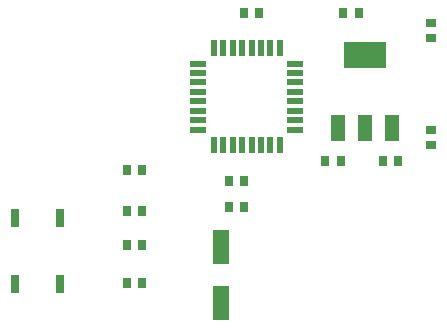
<source format=gtp>
G75*
%MOIN*%
%OFA0B0*%
%FSLAX24Y24*%
%IPPOS*%
%LPD*%
%AMOC8*
5,1,8,0,0,1.08239X$1,22.5*
%
%ADD10R,0.0276X0.0354*%
%ADD11R,0.0354X0.0276*%
%ADD12R,0.0580X0.0200*%
%ADD13R,0.0200X0.0580*%
%ADD14R,0.0551X0.1181*%
%ADD15R,0.0300X0.0600*%
%ADD16R,0.0480X0.0880*%
%ADD17R,0.1417X0.0866*%
D10*
X010440Y002463D03*
X010952Y002463D03*
X010952Y003713D03*
X010440Y003713D03*
X010440Y004843D03*
X010952Y004843D03*
X010952Y006223D03*
X010440Y006223D03*
X013850Y005853D03*
X014362Y005853D03*
X014362Y004973D03*
X013850Y004973D03*
X017060Y006513D03*
X017572Y006513D03*
X018980Y006513D03*
X019492Y006513D03*
X018172Y011463D03*
X017660Y011463D03*
X014852Y011463D03*
X014340Y011463D03*
D11*
X020596Y011129D03*
X020596Y010617D03*
X020596Y007559D03*
X020596Y007047D03*
D12*
X016066Y007563D03*
X016066Y007873D03*
X016066Y008193D03*
X016066Y008503D03*
X016066Y008823D03*
X016066Y009133D03*
X016066Y009453D03*
X016066Y009763D03*
X012826Y009763D03*
X012826Y009453D03*
X012826Y009133D03*
X012826Y008823D03*
X012826Y008503D03*
X012826Y008193D03*
X012826Y007873D03*
X012826Y007563D03*
D13*
X013346Y007043D03*
X013656Y007043D03*
X013976Y007043D03*
X014286Y007043D03*
X014606Y007043D03*
X014916Y007043D03*
X015236Y007043D03*
X015546Y007043D03*
X015546Y010283D03*
X015236Y010283D03*
X014916Y010283D03*
X014606Y010283D03*
X014286Y010283D03*
X013976Y010283D03*
X013656Y010283D03*
X013346Y010283D03*
D14*
X013596Y003658D03*
X013596Y001768D03*
D15*
X006726Y002413D03*
X008226Y002413D03*
X008226Y004613D03*
X006726Y004613D03*
D16*
X017476Y007623D03*
X018386Y007623D03*
X019296Y007623D03*
D17*
X018386Y010063D03*
M02*

</source>
